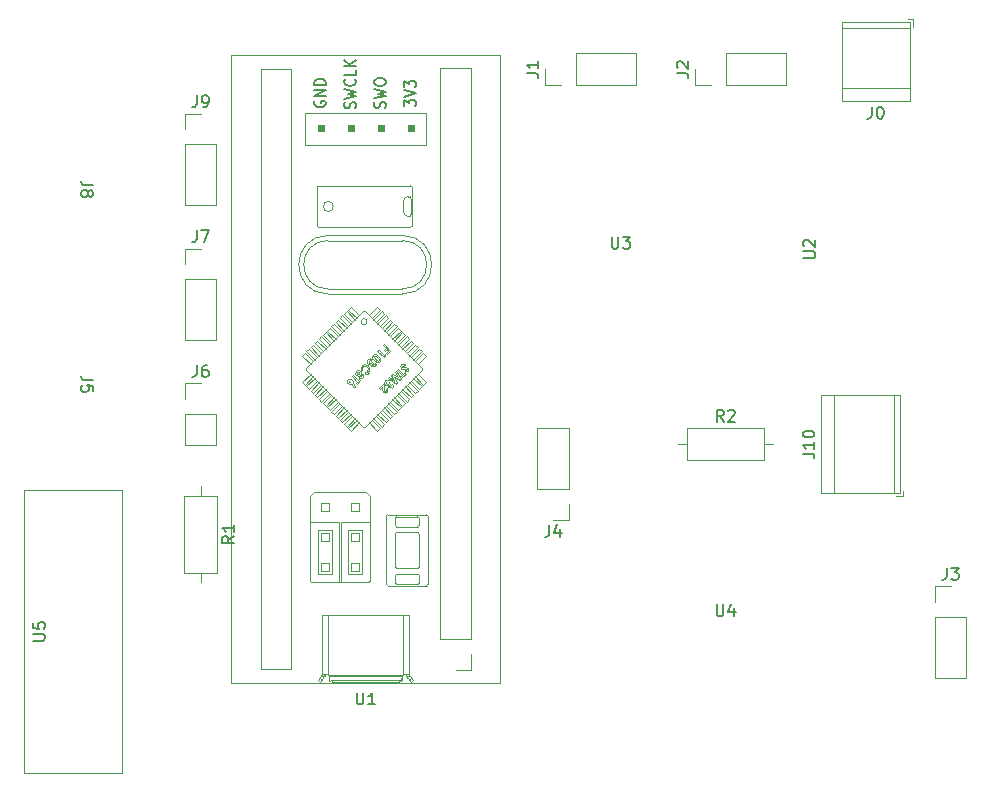
<source format=gto>
%TF.GenerationSoftware,KiCad,Pcbnew,(6.0.4)*%
%TF.CreationDate,2022-11-02T21:24:09+07:00*%
%TF.ProjectId,01-Beta-PCB-From-Breadboard,30312d42-6574-4612-9d50-43422d46726f,rev?*%
%TF.SameCoordinates,PX68768dcPY7f2c270*%
%TF.FileFunction,Legend,Top*%
%TF.FilePolarity,Positive*%
%FSLAX46Y46*%
G04 Gerber Fmt 4.6, Leading zero omitted, Abs format (unit mm)*
G04 Created by KiCad (PCBNEW (6.0.4)) date 2022-11-02 21:24:09*
%MOMM*%
%LPD*%
G01*
G04 APERTURE LIST*
%ADD10C,0.150000*%
%ADD11C,0.120000*%
%ADD12C,0.100000*%
G04 APERTURE END LIST*
D10*
%TO.C,J8*%
X7397619Y51133334D02*
X6683333Y51133334D01*
X6540476Y51180953D01*
X6445238Y51276191D01*
X6397619Y51419048D01*
X6397619Y51514286D01*
X6969047Y50514286D02*
X7016666Y50609524D01*
X7064285Y50657143D01*
X7159523Y50704762D01*
X7207142Y50704762D01*
X7302380Y50657143D01*
X7350000Y50609524D01*
X7397619Y50514286D01*
X7397619Y50323810D01*
X7350000Y50228572D01*
X7302380Y50180953D01*
X7207142Y50133334D01*
X7159523Y50133334D01*
X7064285Y50180953D01*
X7016666Y50228572D01*
X6969047Y50323810D01*
X6969047Y50514286D01*
X6921428Y50609524D01*
X6873809Y50657143D01*
X6778571Y50704762D01*
X6588095Y50704762D01*
X6492857Y50657143D01*
X6445238Y50609524D01*
X6397619Y50514286D01*
X6397619Y50323810D01*
X6445238Y50228572D01*
X6492857Y50180953D01*
X6588095Y50133334D01*
X6778571Y50133334D01*
X6873809Y50180953D01*
X6921428Y50228572D01*
X6969047Y50323810D01*
%TO.C,U5*%
X2332380Y12573096D02*
X3141904Y12573096D01*
X3237142Y12620715D01*
X3284761Y12668334D01*
X3332380Y12763572D01*
X3332380Y12954048D01*
X3284761Y13049286D01*
X3237142Y13096905D01*
X3141904Y13144524D01*
X2332380Y13144524D01*
X2332380Y14096905D02*
X2332380Y13620715D01*
X2808571Y13573096D01*
X2760952Y13620715D01*
X2713333Y13715953D01*
X2713333Y13954048D01*
X2760952Y14049286D01*
X2808571Y14096905D01*
X2903809Y14144524D01*
X3141904Y14144524D01*
X3237142Y14096905D01*
X3284761Y14049286D01*
X3332380Y13954048D01*
X3332380Y13715953D01*
X3284761Y13620715D01*
X3237142Y13573096D01*
%TO.C,U4*%
X60198095Y15652620D02*
X60198095Y14843096D01*
X60245714Y14747858D01*
X60293333Y14700239D01*
X60388571Y14652620D01*
X60579047Y14652620D01*
X60674285Y14700239D01*
X60721904Y14747858D01*
X60769523Y14843096D01*
X60769523Y15652620D01*
X61674285Y15319286D02*
X61674285Y14652620D01*
X61436190Y15700239D02*
X61198095Y14985953D01*
X61817142Y14985953D01*
%TO.C,J4*%
X46021666Y22362620D02*
X46021666Y21648334D01*
X45974047Y21505477D01*
X45878809Y21410239D01*
X45735952Y21362620D01*
X45640714Y21362620D01*
X46926428Y22029286D02*
X46926428Y21362620D01*
X46688333Y22410239D02*
X46450238Y21695953D01*
X47069285Y21695953D01*
%TO.C,U1*%
X29718095Y8167620D02*
X29718095Y7358096D01*
X29765714Y7262858D01*
X29813333Y7215239D01*
X29908571Y7167620D01*
X30099047Y7167620D01*
X30194285Y7215239D01*
X30241904Y7262858D01*
X30289523Y7358096D01*
X30289523Y8167620D01*
X31289523Y7167620D02*
X30718095Y7167620D01*
X31003809Y7167620D02*
X31003809Y8167620D01*
X30908571Y8024762D01*
X30813333Y7929524D01*
X30718095Y7881905D01*
X26170000Y58242286D02*
X26122380Y58156572D01*
X26122380Y58028000D01*
X26170000Y57899429D01*
X26265238Y57813715D01*
X26360476Y57770858D01*
X26550952Y57728000D01*
X26693809Y57728000D01*
X26884285Y57770858D01*
X26979523Y57813715D01*
X27074761Y57899429D01*
X27122380Y58028000D01*
X27122380Y58113715D01*
X27074761Y58242286D01*
X27027142Y58285143D01*
X26693809Y58285143D01*
X26693809Y58113715D01*
X27122380Y58670858D02*
X26122380Y58670858D01*
X27122380Y59185143D01*
X26122380Y59185143D01*
X27122380Y59613715D02*
X26122380Y59613715D01*
X26122380Y59828000D01*
X26170000Y59956572D01*
X26265238Y60042286D01*
X26360476Y60085143D01*
X26550952Y60128000D01*
X26693809Y60128000D01*
X26884285Y60085143D01*
X26979523Y60042286D01*
X27074761Y59956572D01*
X27122380Y59828000D01*
X27122380Y59613715D01*
X29614761Y57654286D02*
X29662380Y57782858D01*
X29662380Y57997143D01*
X29614761Y58082858D01*
X29567142Y58125715D01*
X29471904Y58168572D01*
X29376666Y58168572D01*
X29281428Y58125715D01*
X29233809Y58082858D01*
X29186190Y57997143D01*
X29138571Y57825715D01*
X29090952Y57740000D01*
X29043333Y57697143D01*
X28948095Y57654286D01*
X28852857Y57654286D01*
X28757619Y57697143D01*
X28710000Y57740000D01*
X28662380Y57825715D01*
X28662380Y58040000D01*
X28710000Y58168572D01*
X28662380Y58468572D02*
X29662380Y58682858D01*
X28948095Y58854286D01*
X29662380Y59025715D01*
X28662380Y59240000D01*
X29567142Y60097143D02*
X29614761Y60054286D01*
X29662380Y59925715D01*
X29662380Y59840000D01*
X29614761Y59711429D01*
X29519523Y59625715D01*
X29424285Y59582858D01*
X29233809Y59540000D01*
X29090952Y59540000D01*
X28900476Y59582858D01*
X28805238Y59625715D01*
X28710000Y59711429D01*
X28662380Y59840000D01*
X28662380Y59925715D01*
X28710000Y60054286D01*
X28757619Y60097143D01*
X29662380Y60911429D02*
X29662380Y60482858D01*
X28662380Y60482858D01*
X29662380Y61211429D02*
X28662380Y61211429D01*
X29662380Y61725715D02*
X29090952Y61340000D01*
X28662380Y61725715D02*
X29233809Y61211429D01*
X32154761Y57685143D02*
X32202380Y57813715D01*
X32202380Y58028000D01*
X32154761Y58113715D01*
X32107142Y58156572D01*
X32011904Y58199429D01*
X31916666Y58199429D01*
X31821428Y58156572D01*
X31773809Y58113715D01*
X31726190Y58028000D01*
X31678571Y57856572D01*
X31630952Y57770858D01*
X31583333Y57728000D01*
X31488095Y57685143D01*
X31392857Y57685143D01*
X31297619Y57728000D01*
X31250000Y57770858D01*
X31202380Y57856572D01*
X31202380Y58070858D01*
X31250000Y58199429D01*
X31202380Y58499429D02*
X32202380Y58713715D01*
X31488095Y58885143D01*
X32202380Y59056572D01*
X31202380Y59270858D01*
X31202380Y59785143D02*
X31202380Y59956572D01*
X31250000Y60042286D01*
X31345238Y60128000D01*
X31535714Y60170858D01*
X31869047Y60170858D01*
X32059523Y60128000D01*
X32154761Y60042286D01*
X32202380Y59956572D01*
X32202380Y59785143D01*
X32154761Y59699429D01*
X32059523Y59613715D01*
X31869047Y59570858D01*
X31535714Y59570858D01*
X31345238Y59613715D01*
X31250000Y59699429D01*
X31202380Y59785143D01*
X33742380Y57813715D02*
X33742380Y58370858D01*
X34123333Y58070858D01*
X34123333Y58199429D01*
X34170952Y58285143D01*
X34218571Y58328000D01*
X34313809Y58370858D01*
X34551904Y58370858D01*
X34647142Y58328000D01*
X34694761Y58285143D01*
X34742380Y58199429D01*
X34742380Y57942286D01*
X34694761Y57856572D01*
X34647142Y57813715D01*
X33742380Y58628000D02*
X34742380Y58928000D01*
X33742380Y59228000D01*
X33742380Y59442286D02*
X33742380Y59999429D01*
X34123333Y59699429D01*
X34123333Y59828000D01*
X34170952Y59913715D01*
X34218571Y59956572D01*
X34313809Y59999429D01*
X34551904Y59999429D01*
X34647142Y59956572D01*
X34694761Y59913715D01*
X34742380Y59828000D01*
X34742380Y59570858D01*
X34694761Y59485143D01*
X34647142Y59442286D01*
%TO.C,U3*%
X51308095Y46767620D02*
X51308095Y45958096D01*
X51355714Y45862858D01*
X51403333Y45815239D01*
X51498571Y45767620D01*
X51689047Y45767620D01*
X51784285Y45815239D01*
X51831904Y45862858D01*
X51879523Y45958096D01*
X51879523Y46767620D01*
X52260476Y46767620D02*
X52879523Y46767620D01*
X52546190Y46386667D01*
X52689047Y46386667D01*
X52784285Y46339048D01*
X52831904Y46291429D01*
X52879523Y46196191D01*
X52879523Y45958096D01*
X52831904Y45862858D01*
X52784285Y45815239D01*
X52689047Y45767620D01*
X52403333Y45767620D01*
X52308095Y45815239D01*
X52260476Y45862858D01*
%TO.C,U2*%
X67532380Y44958096D02*
X68341904Y44958096D01*
X68437142Y45005715D01*
X68484761Y45053334D01*
X68532380Y45148572D01*
X68532380Y45339048D01*
X68484761Y45434286D01*
X68437142Y45481905D01*
X68341904Y45529524D01*
X67532380Y45529524D01*
X67627619Y45958096D02*
X67580000Y46005715D01*
X67532380Y46100953D01*
X67532380Y46339048D01*
X67580000Y46434286D01*
X67627619Y46481905D01*
X67722857Y46529524D01*
X67818095Y46529524D01*
X67960952Y46481905D01*
X68532380Y45910477D01*
X68532380Y46529524D01*
%TO.C,R2*%
X60793333Y31127620D02*
X60460000Y31603810D01*
X60221904Y31127620D02*
X60221904Y32127620D01*
X60602857Y32127620D01*
X60698095Y32080000D01*
X60745714Y32032381D01*
X60793333Y31937143D01*
X60793333Y31794286D01*
X60745714Y31699048D01*
X60698095Y31651429D01*
X60602857Y31603810D01*
X60221904Y31603810D01*
X61174285Y32032381D02*
X61221904Y32080000D01*
X61317142Y32127620D01*
X61555238Y32127620D01*
X61650476Y32080000D01*
X61698095Y32032381D01*
X61745714Y31937143D01*
X61745714Y31841905D01*
X61698095Y31699048D01*
X61126666Y31127620D01*
X61745714Y31127620D01*
%TO.C,R1*%
X19332380Y21423334D02*
X18856190Y21090000D01*
X19332380Y20851905D02*
X18332380Y20851905D01*
X18332380Y21232858D01*
X18380000Y21328096D01*
X18427619Y21375715D01*
X18522857Y21423334D01*
X18665714Y21423334D01*
X18760952Y21375715D01*
X18808571Y21328096D01*
X18856190Y21232858D01*
X18856190Y20851905D01*
X19332380Y22375715D02*
X19332380Y21804286D01*
X19332380Y22090000D02*
X18332380Y22090000D01*
X18475238Y21994762D01*
X18570476Y21899524D01*
X18618095Y21804286D01*
%TO.C,J10*%
X67472380Y28400477D02*
X68186666Y28400477D01*
X68329523Y28352858D01*
X68424761Y28257620D01*
X68472380Y28114762D01*
X68472380Y28019524D01*
X68472380Y29400477D02*
X68472380Y28829048D01*
X68472380Y29114762D02*
X67472380Y29114762D01*
X67615238Y29019524D01*
X67710476Y28924286D01*
X67758095Y28829048D01*
X67472380Y30019524D02*
X67472380Y30114762D01*
X67520000Y30210000D01*
X67567619Y30257620D01*
X67662857Y30305239D01*
X67853333Y30352858D01*
X68091428Y30352858D01*
X68281904Y30305239D01*
X68377142Y30257620D01*
X68424761Y30210000D01*
X68472380Y30114762D01*
X68472380Y30019524D01*
X68424761Y29924286D01*
X68377142Y29876667D01*
X68281904Y29829048D01*
X68091428Y29781429D01*
X67853333Y29781429D01*
X67662857Y29829048D01*
X67567619Y29876667D01*
X67520000Y29924286D01*
X67472380Y30019524D01*
%TO.C,J9*%
X16176666Y58742620D02*
X16176666Y58028334D01*
X16129047Y57885477D01*
X16033809Y57790239D01*
X15890952Y57742620D01*
X15795714Y57742620D01*
X16700476Y57742620D02*
X16890952Y57742620D01*
X16986190Y57790239D01*
X17033809Y57837858D01*
X17129047Y57980715D01*
X17176666Y58171191D01*
X17176666Y58552143D01*
X17129047Y58647381D01*
X17081428Y58695000D01*
X16986190Y58742620D01*
X16795714Y58742620D01*
X16700476Y58695000D01*
X16652857Y58647381D01*
X16605238Y58552143D01*
X16605238Y58314048D01*
X16652857Y58218810D01*
X16700476Y58171191D01*
X16795714Y58123572D01*
X16986190Y58123572D01*
X17081428Y58171191D01*
X17129047Y58218810D01*
X17176666Y58314048D01*
%TO.C,J7*%
X16176666Y47312620D02*
X16176666Y46598334D01*
X16129047Y46455477D01*
X16033809Y46360239D01*
X15890952Y46312620D01*
X15795714Y46312620D01*
X16557619Y47312620D02*
X17224285Y47312620D01*
X16795714Y46312620D01*
%TO.C,J6*%
X16176666Y35897620D02*
X16176666Y35183334D01*
X16129047Y35040477D01*
X16033809Y34945239D01*
X15890952Y34897620D01*
X15795714Y34897620D01*
X17081428Y35897620D02*
X16890952Y35897620D01*
X16795714Y35850000D01*
X16748095Y35802381D01*
X16652857Y35659524D01*
X16605238Y35469048D01*
X16605238Y35088096D01*
X16652857Y34992858D01*
X16700476Y34945239D01*
X16795714Y34897620D01*
X16986190Y34897620D01*
X17081428Y34945239D01*
X17129047Y34992858D01*
X17176666Y35088096D01*
X17176666Y35326191D01*
X17129047Y35421429D01*
X17081428Y35469048D01*
X16986190Y35516667D01*
X16795714Y35516667D01*
X16700476Y35469048D01*
X16652857Y35421429D01*
X16605238Y35326191D01*
%TO.C,J5*%
X7397619Y34623334D02*
X6683333Y34623334D01*
X6540476Y34670953D01*
X6445238Y34766191D01*
X6397619Y34909048D01*
X6397619Y35004286D01*
X7397619Y33670953D02*
X7397619Y34147143D01*
X6921428Y34194762D01*
X6969047Y34147143D01*
X7016666Y34051905D01*
X7016666Y33813810D01*
X6969047Y33718572D01*
X6921428Y33670953D01*
X6826190Y33623334D01*
X6588095Y33623334D01*
X6492857Y33670953D01*
X6445238Y33718572D01*
X6397619Y33813810D01*
X6397619Y34051905D01*
X6445238Y34147143D01*
X6492857Y34194762D01*
%TO.C,J3*%
X79676666Y18737620D02*
X79676666Y18023334D01*
X79629047Y17880477D01*
X79533809Y17785239D01*
X79390952Y17737620D01*
X79295714Y17737620D01*
X80057619Y18737620D02*
X80676666Y18737620D01*
X80343333Y18356667D01*
X80486190Y18356667D01*
X80581428Y18309048D01*
X80629047Y18261429D01*
X80676666Y18166191D01*
X80676666Y17928096D01*
X80629047Y17832858D01*
X80581428Y17785239D01*
X80486190Y17737620D01*
X80200476Y17737620D01*
X80105238Y17785239D01*
X80057619Y17832858D01*
%TO.C,J2*%
X56812380Y60626667D02*
X57526666Y60626667D01*
X57669523Y60579048D01*
X57764761Y60483810D01*
X57812380Y60340953D01*
X57812380Y60245715D01*
X56907619Y61055239D02*
X56860000Y61102858D01*
X56812380Y61198096D01*
X56812380Y61436191D01*
X56860000Y61531429D01*
X56907619Y61579048D01*
X57002857Y61626667D01*
X57098095Y61626667D01*
X57240952Y61579048D01*
X57812380Y61007620D01*
X57812380Y61626667D01*
%TO.C,J1*%
X44112380Y60626667D02*
X44826666Y60626667D01*
X44969523Y60579048D01*
X45064761Y60483810D01*
X45112380Y60340953D01*
X45112380Y60245715D01*
X45112380Y61626667D02*
X45112380Y61055239D01*
X45112380Y61340953D02*
X44112380Y61340953D01*
X44255238Y61245715D01*
X44350476Y61150477D01*
X44398095Y61055239D01*
%TO.C,J0*%
X73326666Y57772620D02*
X73326666Y57058334D01*
X73279047Y56915477D01*
X73183809Y56820239D01*
X73040952Y56772620D01*
X72945714Y56772620D01*
X73993333Y57772620D02*
X74088571Y57772620D01*
X74183809Y57725000D01*
X74231428Y57677381D01*
X74279047Y57582143D01*
X74326666Y57391667D01*
X74326666Y57153572D01*
X74279047Y56963096D01*
X74231428Y56867858D01*
X74183809Y56820239D01*
X74088571Y56772620D01*
X73993333Y56772620D01*
X73898095Y56820239D01*
X73850476Y56867858D01*
X73802857Y56963096D01*
X73755238Y57153572D01*
X73755238Y57391667D01*
X73802857Y57582143D01*
X73850476Y57677381D01*
X73898095Y57725000D01*
X73993333Y57772620D01*
D11*
%TO.C,U5*%
X1580000Y1335000D02*
X9850000Y1335000D01*
X9850000Y1335000D02*
X9850000Y25335000D01*
X9850000Y25335000D02*
X1580000Y25335000D01*
X1580000Y25335000D02*
X1580000Y1335000D01*
%TO.C,J4*%
X47685000Y30555000D02*
X45025000Y30555000D01*
X47685000Y25415000D02*
X47685000Y30555000D01*
X47685000Y24145000D02*
X47685000Y22815000D01*
X45025000Y25415000D02*
X45025000Y30555000D01*
X47685000Y22815000D02*
X46355000Y22815000D01*
X47685000Y25415000D02*
X45025000Y25415000D01*
%TO.C,U1*%
X32992467Y18132277D02*
X33092467Y18232277D01*
X29411551Y34479140D02*
X29541584Y34079692D01*
X29414632Y34038154D02*
X29325393Y34312243D01*
X29541584Y34079692D02*
X29414632Y34038154D01*
X31171244Y35994915D02*
X31266431Y36090102D01*
X31055659Y36355267D02*
X30960472Y36260080D01*
X31001266Y36137696D02*
X31089655Y36049308D01*
X30035793Y34601099D02*
X29750231Y34315536D01*
X29750231Y34315536D02*
X29655044Y34410724D01*
X29655044Y34410724D02*
X29750231Y34505911D01*
X29750231Y34505911D02*
X29315088Y34941054D01*
X29315088Y34941054D02*
X29410276Y35036241D01*
X29410276Y35036241D02*
X29845419Y34601099D01*
X29845419Y34601099D02*
X29940606Y34696286D01*
X29940606Y34696286D02*
X30035793Y34601099D01*
X31476873Y40811166D02*
X31689005Y40599034D01*
X35012407Y33881520D02*
X35224539Y34093652D01*
X28648446Y40245481D02*
X28860578Y40457613D01*
X33244640Y32113753D02*
X33456772Y32325885D01*
X31476873Y30345986D02*
X31689005Y30558118D01*
X33598194Y38689846D02*
X33810326Y38477714D01*
X25466466Y37063500D02*
X25678598Y37275632D01*
X34658854Y37629186D02*
X34870986Y37417054D01*
X28648446Y30911671D02*
X28860578Y30699539D01*
X31830427Y40457613D02*
X32042559Y40245481D01*
X26880679Y38477714D02*
X27092811Y38689846D01*
X32183980Y31053093D02*
X32396112Y31265225D01*
X29002000Y40599034D02*
X29214132Y40811166D01*
X34305300Y37982739D02*
X34517432Y37770607D01*
X27234233Y32325885D02*
X27446365Y32113753D01*
X29002000Y30558118D02*
X29214132Y30345986D01*
X27234233Y38831267D02*
X27446365Y39043399D01*
X34658854Y33527967D02*
X34870986Y33740099D01*
X25112912Y34447205D02*
X25325044Y34235073D01*
X34305300Y33174413D02*
X34517432Y33386545D01*
X33598194Y32467306D02*
X33810326Y32679438D01*
X26880679Y32679438D02*
X27092811Y32467306D01*
X26527126Y38124161D02*
X26739258Y38336293D01*
X26173572Y33386545D02*
X26385704Y33174413D01*
X32537533Y39750506D02*
X32749666Y39538374D01*
X31830427Y30699539D02*
X32042559Y30911671D01*
X25820019Y33740099D02*
X26032151Y33527967D01*
X27587786Y31972332D02*
X27799918Y31760200D01*
X28294893Y31265225D02*
X28507025Y31053093D01*
X26527126Y33032992D02*
X26739258Y32820860D01*
X33951747Y38336293D02*
X34163879Y38124161D01*
X28294893Y39891928D02*
X28507025Y40104060D01*
X33951747Y32820860D02*
X34163879Y33032992D01*
X35365961Y36922079D02*
X35578093Y36709947D01*
X25112912Y36709947D02*
X25325044Y36922079D01*
X32537533Y31406646D02*
X32749666Y31618778D01*
X35365961Y34235073D02*
X35578093Y34447205D01*
X32183980Y40104060D02*
X32396112Y39891928D01*
X25820019Y37417054D02*
X26032151Y37629186D01*
X33244640Y39043399D02*
X33456772Y38831267D01*
X26173572Y37770607D02*
X26385704Y37982739D01*
X27941339Y39538374D02*
X28153471Y39750506D01*
X25466466Y34093652D02*
X25678598Y33881520D01*
X32891087Y31760200D02*
X33103219Y31972332D01*
X27941339Y31618778D02*
X28153471Y31406646D01*
X32891087Y39396953D02*
X33103219Y39184821D01*
X35012407Y37275632D02*
X35224539Y37063500D01*
X27587786Y39184821D02*
X27799918Y39396953D01*
X35578093Y34447205D02*
X34870986Y35154312D01*
X25466466Y37063500D02*
X26173572Y36356394D01*
X27092811Y32467306D02*
X27799918Y33174413D01*
X32891087Y39396953D02*
X32183980Y38689846D01*
X28860578Y30699539D02*
X29567685Y31406646D01*
X27234233Y38831267D02*
X27941339Y38124161D01*
X34658854Y37629186D02*
X33951747Y36922079D01*
X26032151Y33527967D02*
X26739258Y34235073D01*
X33598194Y38689846D02*
X32891087Y37982739D01*
X34870986Y33740099D02*
X34163879Y34447205D01*
X29002000Y30558118D02*
X29709106Y31265225D01*
X32042559Y30911671D02*
X31335452Y31618778D01*
X25820019Y37417054D02*
X26527126Y36709947D01*
X29002000Y40599034D02*
X29709106Y39891928D01*
X34517432Y33386545D02*
X33810326Y34093652D01*
X27587786Y39184821D02*
X28294893Y38477714D01*
X25678598Y37275632D02*
X26385704Y36568526D01*
X35012407Y33881520D02*
X34305300Y34588627D01*
X31476873Y30345986D02*
X30769767Y31053093D01*
X28294893Y39891928D02*
X29002000Y39184821D01*
X26880679Y38477714D02*
X27587786Y37770607D01*
X32396112Y39891928D02*
X31689005Y39184821D01*
X33103219Y39184821D02*
X32396112Y38477714D01*
X33810326Y32679438D02*
X33103219Y33386545D01*
X27799918Y31760200D02*
X28507025Y32467306D01*
X32537533Y39750506D02*
X31830427Y39043399D01*
X28294893Y31265225D02*
X29002000Y31972332D01*
X33951747Y38336293D02*
X33244640Y37629186D01*
X34658854Y33527967D02*
X33951747Y34235073D01*
X26032151Y37629186D02*
X26739258Y36922079D01*
X35012407Y37275632D02*
X34305300Y36568526D01*
X34870986Y37417054D02*
X34163879Y36709947D01*
X31689005Y30558118D02*
X30981899Y31265225D01*
X35365961Y34235073D02*
X34658854Y34942180D01*
X25820019Y33740099D02*
X26527126Y34447205D01*
X33598194Y32467306D02*
X32891087Y33174413D01*
X34305300Y37982739D02*
X33598194Y37275632D01*
X27587786Y31972332D02*
X28294893Y32679438D01*
X32183980Y31053093D02*
X31476873Y31760200D01*
X32749666Y39538374D02*
X32042559Y38831267D01*
X35224539Y37063500D02*
X34517432Y36356394D01*
X26527126Y33032992D02*
X27234233Y33740099D01*
X26739258Y32820860D02*
X27446365Y33527967D01*
X26880679Y32679438D02*
X27587786Y33386545D01*
X33244640Y39043399D02*
X32537533Y38336293D01*
X33103219Y31972332D02*
X32396112Y32679438D01*
X26527126Y38124161D02*
X27234233Y37417054D01*
X32396112Y31265225D02*
X31689005Y31972332D01*
X27092811Y38689846D02*
X27799918Y37982739D01*
X35224539Y34093652D02*
X34517432Y34800759D01*
X33810326Y38477714D02*
X33103219Y37770607D01*
X28648446Y40245481D02*
X29355553Y39538374D01*
X27234233Y32325885D02*
X27941339Y33032992D01*
X27446365Y32113753D02*
X28153471Y32820860D01*
X33456772Y38831267D02*
X32749666Y38124161D01*
X28507025Y31053093D02*
X29214132Y31760200D01*
X32183980Y40104060D02*
X31476873Y39396953D01*
X26173572Y37770607D02*
X26880679Y37063500D01*
X25678598Y33881520D02*
X26385704Y34588627D01*
X25112912Y36709947D02*
X25820019Y36002840D01*
X25325044Y36922079D02*
X26032151Y36214972D01*
X31689005Y40599034D02*
X30981899Y39891928D01*
X26739258Y38336293D02*
X27446365Y37629186D01*
X28648446Y30911671D02*
X29355553Y31618778D01*
X32891087Y31760200D02*
X32183980Y32467306D01*
X32042559Y40245481D02*
X31335452Y39538374D01*
X28507025Y40104060D02*
X29214132Y39396953D01*
X25112912Y34447205D02*
X25820019Y35154312D01*
X34305300Y33174413D02*
X33598194Y33881520D01*
X28153471Y31406646D02*
X28860578Y32113753D01*
X33244640Y32113753D02*
X32537533Y32820860D01*
X28860578Y40457613D02*
X29567685Y39750506D01*
X27799918Y39396953D02*
X28507025Y38689846D01*
X32749666Y31618778D02*
X32042559Y32325885D01*
X29214132Y30345986D02*
X29921238Y31053093D01*
X31830427Y30699539D02*
X31123320Y31406646D01*
X31476873Y40811166D02*
X30769767Y40104060D01*
X31830427Y40457613D02*
X31123320Y39750506D01*
X27446365Y39043399D02*
X28153471Y38336293D01*
X32537533Y31406646D02*
X31830427Y32113753D01*
X25325044Y34235073D02*
X26032151Y34942180D01*
X35578093Y36709947D02*
X34870986Y36002840D01*
X25466466Y34093652D02*
X26173572Y34800759D01*
X26385704Y33174413D02*
X27092811Y33881520D01*
X33456772Y32325885D02*
X32749666Y33032992D01*
X27941339Y39538374D02*
X28648446Y38831267D01*
X29214132Y40811166D02*
X29921238Y40104060D01*
X34163879Y33032992D02*
X33456772Y33740099D01*
X26385704Y37982739D02*
X27092811Y37275632D01*
X27941339Y31618778D02*
X28648446Y32325885D01*
X26173572Y33386545D02*
X26880679Y34093652D01*
X35365961Y36922079D02*
X34658854Y36214972D01*
X33951747Y32820860D02*
X33244640Y33527967D01*
X28153471Y39750506D02*
X28860578Y39043399D01*
X34163879Y38124161D02*
X33456772Y37417054D01*
X34517432Y37770607D02*
X33810326Y37063500D01*
X25445755Y35528576D02*
X25445755Y35628576D01*
X30295502Y30678829D02*
X30395502Y30678829D01*
X35245250Y35628576D02*
X35245250Y35528576D01*
X25445755Y35528576D02*
X30295502Y30678829D01*
X25445755Y35628576D02*
X30295502Y40478324D01*
X30395502Y30678829D02*
X35245250Y35528576D01*
X35245250Y35628576D02*
X30395502Y40478324D01*
X30395502Y40478324D02*
X30295502Y40478324D01*
X32154670Y36719976D02*
X32007534Y36572839D01*
X31477203Y37103169D02*
X31572391Y37198356D01*
X31572391Y37198356D02*
X32014333Y36756415D01*
X32014333Y36756415D02*
X32123118Y36865200D01*
X32123118Y36865200D02*
X32154670Y36719976D01*
X33461373Y34776707D02*
X33362574Y34677907D01*
X33362574Y34677907D02*
X32871657Y34926818D01*
X32871657Y34926818D02*
X33119718Y34435052D01*
X33119718Y34435052D02*
X33021875Y34337209D01*
X33021875Y34337209D02*
X32401882Y34777875D01*
X32401882Y34777875D02*
X32498238Y34874231D01*
X32498238Y34874231D02*
X32889823Y34595893D01*
X32889823Y34595893D02*
X32665134Y35041128D01*
X32665134Y35041128D02*
X32757985Y35133979D01*
X32757985Y35133979D02*
X33202582Y34908652D01*
X33202582Y34908652D02*
X32924138Y35300132D01*
X33020600Y35396594D02*
X33461373Y34776707D01*
X32924138Y35300132D02*
X33020600Y35396594D01*
X32007534Y36572839D02*
X31477203Y37103169D01*
X32463073Y34349532D02*
X32551462Y34261144D01*
X32517466Y34567103D02*
X32422279Y34471916D01*
X32633051Y34206751D02*
X32728239Y34301938D01*
X27358199Y18491801D02*
X26721802Y18491801D01*
X29898199Y18491801D02*
X29261802Y18491801D01*
X29261802Y18491801D02*
X29261802Y19128198D01*
X26721802Y21668198D02*
X27358199Y21668198D01*
X29261802Y21668198D02*
X29898199Y21668198D01*
X30850000Y22920000D02*
X30850000Y24860000D01*
X30850000Y24860000D02*
X30550000Y25160000D01*
X30850000Y22520000D02*
X30850000Y22920000D01*
X25770000Y22920000D02*
X25770000Y22520000D01*
X26070000Y25160000D02*
X25770000Y24860000D01*
X25770000Y24860000D02*
X25770000Y22920000D01*
X30550000Y25160000D02*
X26070000Y25160000D01*
X29898199Y19128198D02*
X29898199Y18491801D01*
X29261802Y19128198D02*
X29898199Y19128198D01*
X26721802Y24208198D02*
X27358199Y24208198D01*
X29261802Y24208198D02*
X29898199Y24208198D01*
X27358199Y23571801D02*
X26721802Y23571801D01*
X26721802Y23571801D02*
X26721802Y24208198D01*
X27358199Y21031801D02*
X26721802Y21031801D01*
X27358199Y24208198D02*
X27358199Y23571801D01*
X29898199Y24208198D02*
X29898199Y23571801D01*
X27358199Y21668198D02*
X27358199Y21031801D01*
X26721802Y19128198D02*
X27358199Y19128198D01*
X29898199Y21668198D02*
X29898199Y21031801D01*
X29898199Y21031801D02*
X29261802Y21031801D01*
X29261802Y21031801D02*
X29261802Y21668198D01*
X26721802Y18491801D02*
X26721802Y19128198D01*
X29898199Y23571801D02*
X29261802Y23571801D01*
X29261802Y23571801D02*
X29261802Y24208198D01*
X27358199Y19128198D02*
X27358199Y18491801D01*
X26721802Y21031801D02*
X26721802Y21668198D01*
X28768528Y17539000D02*
X28957631Y17539000D01*
X26471334Y51082804D02*
X26472282Y51082809D01*
X32872282Y47572809D02*
X33372282Y47572809D01*
X27872282Y47572809D02*
X27372282Y47572809D01*
X26472282Y51082809D02*
X26471663Y51082807D01*
X34272282Y51082809D02*
X26472282Y51082809D01*
X34272900Y51082807D02*
X34272282Y51082809D01*
X26372282Y47682809D02*
X26372282Y50982809D01*
X26372282Y47682809D02*
X26372283Y47682190D01*
X34272282Y47582809D02*
X26472282Y47582809D01*
X34272282Y47582809D02*
X34272900Y47582811D01*
X26471663Y47582811D02*
X26472282Y47582809D01*
X34372282Y47682809D02*
X34372282Y50982809D01*
X34288200Y49973851D02*
X34288200Y48691767D01*
X34372280Y47682190D02*
X34372282Y47682809D01*
X33679226Y48891767D02*
X33679226Y49773851D01*
X34265812Y50173851D02*
X34079226Y50173851D01*
X34079226Y48491767D02*
X34265812Y48491767D01*
X33847222Y35304275D02*
X33853278Y35440576D01*
X33799841Y35977174D02*
X33766377Y35843210D01*
X32337983Y17232378D02*
X32342467Y17232277D01*
X32992467Y22332277D02*
X32992467Y22982277D01*
X34892467Y22232277D02*
X33092467Y22232277D01*
X33092467Y23082277D02*
X34892467Y23082277D01*
X34992467Y22982277D02*
X34992467Y22332277D01*
X33092467Y21732277D02*
X34892467Y21732277D01*
X34892467Y18732277D02*
X33092467Y18732277D01*
X34992467Y21632277D02*
X34992467Y18832277D01*
X32992467Y18832277D02*
X32992467Y21632277D01*
X33092467Y18232277D02*
X34892467Y18232277D01*
X34892467Y17382277D02*
X33092467Y17382277D01*
X32992467Y17482277D02*
X32992467Y18132277D01*
X34992467Y18132277D02*
X34992467Y17482277D01*
X32242467Y23132277D02*
X32242467Y17332277D01*
X35742467Y17332277D02*
X35742467Y23132277D01*
X35642467Y23232277D02*
X32342467Y23232277D01*
X32342467Y17232277D02*
X35642467Y17232277D01*
X34352216Y9410469D02*
X34167341Y9247578D01*
X34054858Y9375241D02*
X34332613Y9060000D01*
X34332613Y9060000D02*
X34517488Y9222892D01*
X34517488Y9222892D02*
X34238834Y9539153D01*
X26442513Y9222892D02*
X26721167Y9539153D01*
X26627388Y9060000D02*
X26442513Y9222892D01*
X26607785Y9410469D02*
X26792660Y9247578D01*
X26905143Y9375241D02*
X26627388Y9060000D01*
X33939272Y9610000D02*
X34194928Y9610000D01*
X33930012Y9710000D02*
X33930012Y9705785D01*
X27029989Y9710000D02*
X27029989Y9705785D01*
X27020729Y9610000D02*
X26765073Y9610000D01*
X27029989Y14720000D02*
X33930012Y14720000D01*
X33676411Y9709936D02*
X33676411Y14720000D01*
X34176411Y9704425D02*
X34176428Y9701500D01*
X34176411Y9704425D02*
X34176411Y14710000D01*
X26783590Y14710000D02*
X34176411Y14710000D01*
X34169897Y9710000D02*
X33680000Y9710000D01*
X26783590Y9704425D02*
X26783590Y14710000D01*
X26783590Y9704425D02*
X26783573Y9701500D01*
X26790104Y9710000D02*
X27280000Y9710000D01*
X27283590Y9709936D02*
X27283590Y14720000D01*
X27280000Y9710000D02*
X27283590Y9709936D01*
X33680000Y9710000D02*
X33676411Y9709936D01*
X27341536Y9688825D02*
X33618465Y9688825D01*
X27630000Y9060000D02*
X33330000Y9060000D01*
X33330000Y9203395D02*
X33330000Y9060000D01*
X27630000Y9203395D02*
X27630000Y9060000D01*
X27380000Y9264789D02*
X27380000Y9610000D01*
X27630000Y9203395D02*
X33330000Y9203395D01*
X33580000Y9264789D02*
X33580000Y9610000D01*
X33580000Y9545431D02*
X27380000Y9545431D01*
X33592050Y46877588D02*
X27292050Y46877588D01*
X27292050Y41927588D02*
X33592050Y41927588D01*
X27292050Y46452588D02*
X33592050Y46452588D01*
X33592050Y42352588D02*
X27292050Y42352588D01*
X31994573Y34274104D02*
X32004665Y33949978D01*
X31946342Y34322336D02*
X31994573Y34274104D01*
X31592788Y33968782D02*
X31946342Y34322336D01*
X31681177Y33880394D02*
X31592788Y33968782D01*
X31859653Y34058870D02*
X31681177Y33880394D01*
X31867727Y33940098D02*
X31859653Y34058870D01*
X32191109Y33859996D02*
X32286297Y33955184D01*
X33768501Y35274210D02*
X33863689Y35179023D01*
X33673314Y35179023D02*
X33768501Y35274210D01*
X33238171Y35614165D02*
X33673314Y35179023D01*
X33142984Y35518978D02*
X33238171Y35614165D01*
X33578126Y35083835D02*
X33142984Y35518978D01*
X33482939Y34988648D02*
X33578126Y35083835D01*
X33578126Y34893460D02*
X33482939Y34988648D01*
X33863689Y35179023D02*
X33578126Y34893460D01*
X30189517Y35498049D02*
X30050773Y35501449D01*
X30399333Y35148639D02*
X30402414Y35285152D01*
X30851000Y18661170D02*
X30851000Y18695124D01*
X30851000Y18744503D02*
X30851000Y18789375D01*
X30851000Y17932003D02*
X30851000Y18121106D01*
X30850000Y22520000D02*
X30850000Y17640000D01*
X28980000Y21950000D02*
X30180000Y21950000D01*
X28410000Y22620000D02*
X28410000Y17551400D01*
X28980000Y18210000D02*
X28980000Y21950000D01*
X30750000Y17540000D02*
X25870000Y17540000D01*
X30180000Y21950000D02*
X30180000Y18210000D01*
X30180000Y18210000D02*
X28980000Y18210000D01*
X28410000Y22620000D02*
X30750000Y22620000D01*
X32565060Y37130365D02*
X32306694Y36871999D01*
X32306694Y36871999D02*
X32211507Y36967187D01*
X32211507Y36967187D02*
X32374685Y37130365D01*
X32374685Y37130365D02*
X32272699Y37232352D01*
X32272699Y37232352D02*
X32109520Y37069173D01*
X32109520Y37069173D02*
X32014333Y37164361D01*
X32014333Y37164361D02*
X32177511Y37327539D01*
X32177511Y37327539D02*
X31939542Y37565508D01*
X31939542Y37565508D02*
X32034730Y37660695D01*
X32034730Y37660695D02*
X32565060Y37130365D01*
X26440000Y18210000D02*
X26440000Y21950000D01*
X26440000Y21950000D02*
X27640000Y21950000D01*
X25770000Y17640000D02*
X25770000Y22520000D01*
X25870000Y22620000D02*
X28210000Y22620000D01*
X28210000Y17551400D02*
X28210000Y22620000D01*
X27640000Y21950000D02*
X27640000Y18210000D01*
X27640000Y18210000D02*
X26440000Y18210000D01*
X29382341Y34557483D02*
X29411551Y34479140D01*
X29324543Y34646037D02*
X29382341Y34557483D01*
X31239962Y36691859D02*
X31207895Y36670682D01*
X31277879Y36698209D02*
X31239962Y36691859D01*
X31351238Y36676368D02*
X31277879Y36698209D01*
X31470936Y36579107D02*
X31351238Y36676368D01*
X31244183Y36472677D02*
X31307013Y36403074D01*
X31186223Y36576132D02*
X31244183Y36472677D01*
X31541944Y36282479D02*
X31575047Y36303531D01*
X31502911Y36277809D02*
X31541944Y36282479D01*
X31428611Y36302563D02*
X31502911Y36277809D01*
X31307013Y36403074D02*
X31428611Y36302563D01*
X31576153Y36453989D02*
X31470936Y36579107D01*
X31603953Y36377725D02*
X31576153Y36453989D01*
X31597419Y36337552D02*
X31603953Y36377725D01*
X31575047Y36303531D02*
X31597419Y36337552D01*
X31311541Y36219465D02*
X31211826Y36307886D01*
X31427430Y36154603D02*
X31311541Y36219465D01*
X31492391Y36140244D02*
X31427430Y36154603D01*
X31558652Y36144728D02*
X31492391Y36140244D01*
X31620267Y36169572D02*
X31558652Y36144728D01*
X31672571Y36210680D02*
X31620267Y36169572D01*
X31070965Y36713696D02*
X31112283Y36765445D01*
X31045874Y36652564D02*
X31070965Y36713696D01*
X31043116Y36586539D02*
X31045874Y36652564D01*
X31058767Y36522190D02*
X31043116Y36586539D01*
X31123780Y36407084D02*
X31058767Y36522190D01*
X31211826Y36307886D02*
X31123780Y36407084D01*
X31468685Y36760602D02*
X31567185Y36673232D01*
X31353729Y36823761D02*
X31468685Y36760602D01*
X31289406Y36837266D02*
X31353729Y36823761D01*
X31223974Y36832241D02*
X31289406Y36837266D01*
X31163582Y36806557D02*
X31223974Y36832241D01*
X31112283Y36765445D02*
X31163582Y36806557D01*
X31679199Y36541107D02*
X31735463Y36417840D01*
X31567185Y36673232D02*
X31679199Y36541107D01*
X31727224Y36293010D02*
X31672571Y36210680D01*
X31735463Y36417840D02*
X31727224Y36293010D01*
X31306921Y36018996D02*
X31319231Y35955926D01*
X31266431Y36090102D02*
X31306921Y36018996D01*
X31298734Y35855259D02*
X31251346Y35789455D01*
X31319231Y35955926D02*
X31298734Y35855259D01*
X30900041Y36071770D02*
X31001266Y36137696D01*
X30839742Y36066916D02*
X30900041Y36071770D01*
X30810861Y36076296D02*
X30839742Y36066916D01*
X30786351Y36094246D02*
X30810861Y36076296D01*
X31039794Y35901006D02*
X31053322Y35881667D01*
X31033056Y35923670D02*
X31039794Y35901006D01*
X31037971Y35970451D02*
X31033056Y35923670D01*
X31089655Y36049308D02*
X31037971Y35970451D01*
X30117392Y35275031D02*
X30120888Y35175729D01*
X30055128Y35384058D02*
X30117392Y35275031D01*
X30213505Y35153372D02*
X30274718Y35110075D01*
X30120888Y35175729D02*
X30213505Y35153372D01*
X29917565Y34885782D02*
X29904486Y34959327D01*
X29967271Y34805603D02*
X29917565Y34885782D01*
X31244183Y36472677D02*
X31307013Y36403074D01*
X31186223Y36576132D02*
X31244183Y36472677D01*
X31239962Y36691859D02*
X31207895Y36670682D01*
X31277879Y36698209D02*
X31239962Y36691859D01*
X31351238Y36676368D02*
X31277879Y36698209D01*
X31470936Y36579107D02*
X31351238Y36676368D01*
X31576153Y36453989D02*
X31470936Y36579107D01*
X31603953Y36377725D02*
X31576153Y36453989D01*
X31597419Y36337552D02*
X31603953Y36377725D01*
X31575047Y36303531D02*
X31597419Y36337552D01*
X31541944Y36282479D02*
X31575047Y36303531D01*
X31502911Y36277809D02*
X31541944Y36282479D01*
X31428611Y36302563D02*
X31502911Y36277809D01*
X31307013Y36403074D02*
X31428611Y36302563D01*
X33641068Y35844597D02*
X33611485Y35824300D01*
X33675815Y35853743D02*
X33641068Y35844597D01*
X33766377Y35843210D02*
X33675815Y35853743D01*
X33581602Y35564959D02*
X33511517Y35612784D01*
X33687974Y35545962D02*
X33581602Y35564959D01*
X33745003Y35548084D02*
X33687974Y35545962D01*
X33817476Y35553080D02*
X33745003Y35548084D01*
X33879245Y35556718D02*
X33817476Y35553080D01*
X33957920Y35556692D02*
X33879245Y35556718D01*
X33974259Y35552121D02*
X33957920Y35556692D01*
X33992128Y35540119D02*
X33974259Y35552121D01*
X32501601Y34112842D02*
X32515129Y34093503D01*
X32494863Y34135506D02*
X32501601Y34112842D01*
X32499778Y34182287D02*
X32494863Y34135506D01*
X32551462Y34261144D02*
X32499778Y34182287D01*
X32361848Y34283606D02*
X32463073Y34349532D01*
X32301549Y34278751D02*
X32361848Y34283606D01*
X32272668Y34288131D02*
X32301549Y34278751D01*
X32248158Y34306081D02*
X32272668Y34288131D01*
X32760541Y34067095D02*
X32713153Y34001290D01*
X32781038Y34167762D02*
X32760541Y34067095D01*
X32768729Y34230832D02*
X32781038Y34167762D01*
X32728239Y34301938D02*
X32768729Y34230832D01*
X32019950Y33798478D02*
X32072975Y33692569D01*
X32004665Y33949978D02*
X32019950Y33798478D01*
X32234449Y33789758D02*
X32191109Y33859996D01*
X32237702Y33737327D02*
X32234449Y33789758D01*
X32212888Y33691400D02*
X32237702Y33737327D01*
X31679199Y36541107D02*
X31735463Y36417840D01*
X31567185Y36673232D02*
X31679199Y36541107D01*
X31468685Y36760602D02*
X31567185Y36673232D01*
X31353729Y36823761D02*
X31468685Y36760602D01*
X31289406Y36837266D02*
X31353729Y36823761D01*
X31223974Y36832241D02*
X31289406Y36837266D01*
X31163582Y36806557D02*
X31223974Y36832241D01*
X31112283Y36765445D02*
X31163582Y36806557D01*
X31070965Y36713696D02*
X31112283Y36765445D01*
X31045874Y36652564D02*
X31070965Y36713696D01*
X31043116Y36586539D02*
X31045874Y36652564D01*
X31058767Y36522190D02*
X31043116Y36586539D01*
X31123780Y36407084D02*
X31058767Y36522190D01*
X31211826Y36307886D02*
X31123780Y36407084D01*
X31311541Y36219465D02*
X31211826Y36307886D01*
X31427430Y36154603D02*
X31311541Y36219465D01*
X31492391Y36140244D02*
X31427430Y36154603D01*
X31558652Y36144728D02*
X31492391Y36140244D01*
X31620267Y36169572D02*
X31558652Y36144728D01*
X31672571Y36210680D02*
X31620267Y36169572D01*
X31727224Y36293010D02*
X31672571Y36210680D01*
X31735463Y36417840D02*
X31727224Y36293010D01*
X31039794Y35901006D02*
X31053322Y35881667D01*
X31033056Y35923670D02*
X31039794Y35901006D01*
X31037971Y35970451D02*
X31033056Y35923670D01*
X31089655Y36049308D02*
X31037971Y35970451D01*
X30900041Y36071770D02*
X31001266Y36137696D01*
X30839742Y36066916D02*
X30900041Y36071770D01*
X30810861Y36076296D02*
X30839742Y36066916D01*
X30786351Y36094246D02*
X30810861Y36076296D01*
X31298734Y35855259D02*
X31251346Y35789455D01*
X31319231Y35955926D02*
X31298734Y35855259D01*
X31306921Y36018996D02*
X31319231Y35955926D01*
X31266431Y36090102D02*
X31306921Y36018996D01*
X30084488Y35699237D02*
X30175175Y35828337D01*
X30050773Y35501449D02*
X30084488Y35699237D01*
X30544997Y35306234D02*
X30639745Y35368229D01*
X30402414Y35285152D02*
X30544997Y35306234D01*
X30557824Y35165568D02*
X30399333Y35148639D01*
X30731214Y35269323D02*
X30557824Y35165568D01*
X30213505Y35153372D02*
X30274718Y35110075D01*
X30120888Y35175729D02*
X30213505Y35153372D01*
X30117392Y35275031D02*
X30120888Y35175729D01*
X30055128Y35384058D02*
X30117392Y35275031D01*
X29917565Y34885782D02*
X29904486Y34959327D01*
X29967271Y34805603D02*
X29917565Y34885782D01*
X29382341Y34557483D02*
X29411551Y34479140D01*
X29324543Y34646037D02*
X29382341Y34557483D01*
X30595502Y39578576D02*
G75*
G03*
X30595502Y39578576I-250000J0D01*
G01*
X32501601Y34112842D02*
X32515129Y34093503D01*
X32494863Y34135506D02*
X32501601Y34112842D01*
X32499778Y34182287D02*
X32494863Y34135506D01*
X32551462Y34261144D02*
X32499778Y34182287D01*
X32361848Y34283606D02*
X32463073Y34349532D01*
X32301549Y34278751D02*
X32361848Y34283606D01*
X32272668Y34288131D02*
X32301549Y34278751D01*
X32248158Y34306081D02*
X32272668Y34288131D01*
X32760541Y34067095D02*
X32713153Y34001290D01*
X32781038Y34167762D02*
X32760541Y34067095D01*
X32768729Y34230832D02*
X32781038Y34167762D01*
X32728239Y34301938D02*
X32768729Y34230832D01*
X27746731Y49332809D02*
G75*
G03*
X27746731Y49332809I-425876J0D01*
G01*
X33974259Y35552121D02*
X33957920Y35556692D01*
X33992128Y35540119D02*
X33974259Y35552121D01*
X33879245Y35556718D02*
X33817476Y35553080D01*
X33957920Y35556692D02*
X33879245Y35556718D01*
X33745003Y35548084D02*
X33687974Y35545962D01*
X33817476Y35553080D02*
X33745003Y35548084D01*
X33581602Y35564959D02*
X33511517Y35612784D01*
X33687974Y35545962D02*
X33581602Y35564959D01*
X33641068Y35844597D02*
X33611485Y35824300D01*
X33675815Y35853743D02*
X33641068Y35844597D01*
X33766377Y35843210D02*
X33675815Y35853743D01*
X34171487Y9709669D02*
X34169897Y9710000D01*
X34176428Y9701500D02*
X34171487Y9709669D01*
X26788514Y9709669D02*
X26790104Y9710000D01*
X26783573Y9701500D02*
X26788514Y9709669D01*
X32234449Y33789758D02*
X32191109Y33859996D01*
X32237702Y33737327D02*
X32234449Y33789758D01*
X32212888Y33691400D02*
X32237702Y33737327D01*
X32019950Y33798478D02*
X32072975Y33692569D01*
X32004665Y33949978D02*
X32019950Y33798478D01*
X30557824Y35165568D02*
X30399333Y35148639D01*
X30731214Y35269323D02*
X30557824Y35165568D01*
X30084488Y35699237D02*
X30175175Y35828337D01*
X30050773Y35501449D02*
X30084488Y35699237D01*
X30544997Y35306234D02*
X30639745Y35368229D01*
X30402414Y35285152D02*
X30544997Y35306234D01*
X41855000Y8985000D02*
X19105000Y8985000D01*
X19105000Y8985000D02*
X19105000Y62135000D01*
X19105000Y62135000D02*
X41855000Y62135000D01*
X41855000Y62135000D02*
X41855000Y8985000D01*
X35620000Y54550000D02*
X35620000Y57210000D01*
X35620000Y57210000D02*
X25340000Y57210000D01*
X25340000Y57210000D02*
X25340000Y54550000D01*
X25340000Y54550000D02*
X35620000Y54550000D01*
G36*
X34536380Y55725060D02*
G01*
X34028380Y55725060D01*
X34028380Y56233060D01*
X34536380Y56233060D01*
X34536380Y55725060D01*
G37*
D12*
X34536380Y55725060D02*
X34028380Y55725060D01*
X34028380Y56233060D01*
X34536380Y56233060D01*
X34536380Y55725060D01*
G36*
X31996380Y55725060D02*
G01*
X31488380Y55725060D01*
X31488380Y56233060D01*
X31996380Y56233060D01*
X31996380Y55725060D01*
G37*
X31996380Y55725060D02*
X31488380Y55725060D01*
X31488380Y56233060D01*
X31996380Y56233060D01*
X31996380Y55725060D01*
G36*
X29456380Y55725060D02*
G01*
X28948380Y55725060D01*
X28948380Y56233060D01*
X29456380Y56233060D01*
X29456380Y55725060D01*
G37*
X29456380Y55725060D02*
X28948380Y55725060D01*
X28948380Y56233060D01*
X29456380Y56233060D01*
X29456380Y55725060D01*
G36*
X26916380Y55725060D02*
G01*
X26408380Y55725060D01*
X26408380Y56233060D01*
X26916380Y56233060D01*
X26916380Y55725060D01*
G37*
X26916380Y55725060D02*
X26408380Y55725060D01*
X26408380Y56233060D01*
X26916380Y56233060D01*
X26916380Y55725060D01*
D11*
X39430000Y12700000D02*
X36770000Y12700000D01*
X36770000Y12700000D02*
X36770000Y61020000D01*
X36770000Y61020000D02*
X39430000Y61020000D01*
X39430000Y61020000D02*
X39430000Y12700000D01*
X24130000Y10160000D02*
X21590000Y10160000D01*
X21590000Y10160000D02*
X21590000Y60960000D01*
X21590000Y60960000D02*
X24130000Y60960000D01*
X24130000Y60960000D02*
X24130000Y10160000D01*
X39430000Y11430000D02*
X39430000Y10100000D01*
X39430000Y10100000D02*
X38100000Y10100000D01*
X25770000Y17640000D02*
G75*
G03*
X25870000Y17540000I100000J0D01*
G01*
X25870000Y22619999D02*
G75*
G03*
X25770001Y22520000I0J-99999D01*
G01*
X30750000Y17540000D02*
G75*
G03*
X30850000Y17640000I0J100000D01*
G01*
X30850000Y22520000D02*
G75*
G03*
X30750000Y22620000I-100000J0D01*
G01*
X30639745Y35368229D02*
G75*
G03*
X30635177Y35728688I-176643J178020D01*
G01*
X30635177Y35728688D02*
G75*
G03*
X30270787Y35733574I-184475J-167591D01*
G01*
X30270787Y35733574D02*
G75*
G03*
X30189517Y35498049I207298J-203314D01*
G01*
X30730152Y35824088D02*
G75*
G03*
X30175175Y35828337I-279456J-254875D01*
G01*
X30731214Y35269323D02*
G75*
G03*
X30730151Y35824087I-268401J276869D01*
G01*
X32302657Y33590794D02*
G75*
G03*
X32286297Y33955184I-179234J174515D01*
G01*
X31984480Y33590688D02*
G75*
G03*
X32302658Y33590794I159037J156068D01*
G01*
X31867727Y33940098D02*
G75*
G03*
X31984480Y33590688I513447J-22646D01*
G01*
X32072975Y33692569D02*
G75*
G03*
X32212887Y33691400I70498J64282D01*
G01*
X33592050Y42352588D02*
G75*
G03*
X33592050Y46452588I0J2050000D01*
G01*
X27292050Y46452588D02*
G75*
G03*
X27292050Y42352588I0J-2050000D01*
G01*
X27292050Y46877588D02*
G75*
G03*
X27292050Y41927588I0J-2475000D01*
G01*
X33592050Y41927588D02*
G75*
G03*
X33592050Y46877588I0J2475000D01*
G01*
X33330000Y9203395D02*
G75*
G03*
X33580000Y9408182I20562J229889D01*
G01*
X27380001Y9408183D02*
G75*
G03*
X27630000Y9203395I229438J25101D01*
G01*
X27380001Y9264789D02*
G75*
G03*
X27630000Y9060001I229438J25101D01*
G01*
X33330000Y9060000D02*
G75*
G03*
X33580001Y9264788I20562J229890D01*
G01*
X27380001Y9610000D02*
G75*
G03*
X27283590Y9709937I-100001J0D01*
G01*
X33676411Y9709936D02*
G75*
G03*
X33580000Y9610001I3589J-99936D01*
G01*
X26905143Y9375241D02*
G75*
G03*
X27029989Y9705785I-375154J330544D01*
G01*
X26721167Y9539153D02*
G75*
G03*
X26783573Y9701500I-187577J165272D01*
G01*
X34176428Y9701500D02*
G75*
G03*
X34238834Y9539153I249983J2925D01*
G01*
X33930012Y9705785D02*
G75*
G03*
X34054858Y9375241I500000J0D01*
G01*
X35742467Y23132277D02*
G75*
G03*
X35642467Y23232277I-100000J0D01*
G01*
X32242467Y17332277D02*
G75*
G03*
X32342467Y17232277I100000J0D01*
G01*
X35642467Y17232277D02*
G75*
G03*
X35742467Y17332277I0J100000D01*
G01*
X32342467Y23232277D02*
G75*
G03*
X32242467Y23132277I0J-100000D01*
G01*
X34992467Y18132277D02*
G75*
G03*
X34892467Y18232277I-100000J0D01*
G01*
X32992467Y17482277D02*
G75*
G03*
X33092467Y17382277I100000J0D01*
G01*
X34892467Y17382277D02*
G75*
G03*
X34992467Y17482277I0J100000D01*
G01*
X33092467Y21732277D02*
G75*
G03*
X32992467Y21632277I0J-100000D01*
G01*
X34892467Y18732277D02*
G75*
G03*
X34992467Y18832277I0J100000D01*
G01*
X32992467Y18832277D02*
G75*
G03*
X33092467Y18732277I100000J0D01*
G01*
X34992467Y21632277D02*
G75*
G03*
X34892467Y21732277I-100000J0D01*
G01*
X34992467Y22982277D02*
G75*
G03*
X34892467Y23082277I-100000J0D01*
G01*
X33092467Y23082277D02*
G75*
G03*
X32992467Y22982277I0J-100000D01*
G01*
X32992467Y22332277D02*
G75*
G03*
X33092467Y22232277I100000J0D01*
G01*
X34892467Y22232277D02*
G75*
G03*
X34992467Y22332277I0J100000D01*
G01*
X33847222Y35304275D02*
G75*
G03*
X34078073Y35366211I55600J253953D01*
G01*
X34078072Y35366211D02*
G75*
G03*
X34082748Y35639874I-131870J139124D01*
G01*
X34082747Y35639874D02*
G75*
G03*
X33762977Y35692355I-211136J-286037D01*
G01*
X33601180Y35713496D02*
G75*
G03*
X33762977Y35692355I106181J182923D01*
G01*
X33611485Y35824300D02*
G75*
G03*
X33601180Y35713497I50851J-60610D01*
G01*
X33799841Y35977174D02*
G75*
G03*
X33519802Y35922993I-100928J-229138D01*
G01*
X33519804Y35922992D02*
G75*
G03*
X33511517Y35612785I140091J-158956D01*
G01*
X33983948Y35462460D02*
G75*
G03*
X33992128Y35540119I-34945J42941D01*
G01*
X33853278Y35440575D02*
G75*
G03*
X33983948Y35462461I45886J127067D01*
G01*
X33679226Y48891767D02*
G75*
G03*
X34079226Y48491767I400000J0D01*
G01*
X34079226Y50173851D02*
G75*
G03*
X33679226Y49773851I0J-400000D01*
G01*
X26471663Y51082807D02*
G75*
G03*
X26372284Y50983428I619J-99998D01*
G01*
X34272900Y47582811D02*
G75*
G03*
X34372280Y47682189I-618J99998D01*
G01*
X34372280Y50983428D02*
G75*
G03*
X34272901Y51082807I-99998J-619D01*
G01*
X26372283Y47682190D02*
G75*
G03*
X26471663Y47582810I99999J619D01*
G01*
X34265813Y48491767D02*
G75*
G03*
X34288200Y48691767I-441070J150626D01*
G01*
X34288200Y49973851D02*
G75*
G03*
X34265812Y50173851I-445336J51402D01*
G01*
X32425997Y33992260D02*
G75*
G03*
X32713154Y34001290I139156J145153D01*
G01*
X32385840Y34174349D02*
G75*
G03*
X32425997Y33992261I162395J-59658D01*
G01*
X32152014Y34211850D02*
G75*
G03*
X32385839Y34174349I141067J131854D01*
G01*
X32164232Y34567422D02*
G75*
G03*
X32152014Y34211851I164636J-183653D01*
G01*
X32517466Y34567103D02*
G75*
G03*
X32164231Y34567421I-176770J-169332D01*
G01*
X32422279Y34471916D02*
G75*
G03*
X32254214Y34467029I-81535J-88347D01*
G01*
X32254214Y34467028D02*
G75*
G03*
X32248158Y34306082I73758J-83362D01*
G01*
X32515129Y34093503D02*
G75*
G03*
X32618603Y34097116I50057J49924D01*
G01*
X32618603Y34097115D02*
G75*
G03*
X32633051Y34206751I-66285J64505D01*
G01*
X28997443Y34320423D02*
G75*
G03*
X29325393Y34312243I167956J155515D01*
G01*
X28994681Y34647843D02*
G75*
G03*
X28997442Y34320423I161813J-162357D01*
G01*
X29324543Y34646037D02*
G75*
G03*
X28994680Y34647843I-165833J-163779D01*
G01*
X29694776Y35023706D02*
G75*
G03*
X29904485Y34959327I163525J158925D01*
G01*
X29711561Y35364723D02*
G75*
G03*
X29694776Y35023706I145193J-178068D01*
G01*
X30055128Y35384058D02*
G75*
G03*
X29711562Y35364722I-163512J-156633D01*
G01*
X30269619Y34807728D02*
G75*
G03*
X30274718Y35110076I-138328J153550D01*
G01*
X29967271Y34805603D02*
G75*
G03*
X30269619Y34807727I150168J144281D01*
G01*
X31156796Y35885279D02*
G75*
G03*
X31171244Y35994915I-66285J64505D01*
G01*
X30964190Y35780425D02*
G75*
G03*
X31251345Y35789455I139155J145152D01*
G01*
X30924033Y35962513D02*
G75*
G03*
X30964190Y35780425I162395J-59658D01*
G01*
X30690207Y36000014D02*
G75*
G03*
X30924032Y35962513I141067J131854D01*
G01*
X30702424Y36355586D02*
G75*
G03*
X30690208Y36000015I164637J-183652D01*
G01*
X31055659Y36355267D02*
G75*
G03*
X30702425Y36355586I-176770J-169331D01*
G01*
X30960472Y36260080D02*
G75*
G03*
X30792407Y36255193I-81535J-88347D01*
G01*
X30792406Y36255193D02*
G75*
G03*
X30786351Y36094245I73759J-83363D01*
G01*
X31053322Y35881667D02*
G75*
G03*
X31156796Y35885280I50057J49924D01*
G01*
X29098048Y34410193D02*
G75*
G03*
X29241573Y34405200I74128J65500D01*
G01*
X29241572Y34405201D02*
G75*
G03*
X29234029Y34546174I-72283J66820D01*
G01*
X29234030Y34546175D02*
G75*
G03*
X29091674Y34554461I-75298J-66642D01*
G01*
X29091674Y34554461D02*
G75*
G03*
X29098048Y34410192I73655J-69021D01*
G01*
X30052579Y35025830D02*
G75*
G03*
X30057891Y34905359I58881J-57756D01*
G01*
X30172732Y35021687D02*
G75*
G03*
X30052579Y35025831I-62060J-55436D01*
G01*
X30176769Y34905252D02*
G75*
G03*
X30172732Y35021688I-56649J56324D01*
G01*
X30057891Y34905359D02*
G75*
G03*
X30176769Y34905253I59487J54051D01*
G01*
X29807705Y35270492D02*
G75*
G03*
X29796443Y35112413I65668J-84119D01*
G01*
X29968546Y35280265D02*
G75*
G03*
X29807705Y35270491I-75740J-81905D01*
G01*
X29956116Y35119743D02*
G75*
G03*
X29968546Y35280265I-73029J86397D01*
G01*
X29796444Y35112413D02*
G75*
G03*
X29956116Y35119744I76291J80881D01*
G01*
X31207895Y36670682D02*
G75*
G03*
X31186224Y36576132I65327J-64732D01*
G01*
%TO.C,R2*%
X64230000Y30580000D02*
X57690000Y30580000D01*
X57690000Y27840000D02*
X64230000Y27840000D01*
X64230000Y27840000D02*
X64230000Y30580000D01*
X57690000Y30580000D02*
X57690000Y27840000D01*
X56920000Y29210000D02*
X57690000Y29210000D01*
X65000000Y29210000D02*
X64230000Y29210000D01*
%TO.C,R1*%
X17880000Y18320000D02*
X17880000Y24860000D01*
X15140000Y24860000D02*
X15140000Y18320000D01*
X15140000Y18320000D02*
X17880000Y18320000D01*
X17880000Y24860000D02*
X15140000Y24860000D01*
X16510000Y25630000D02*
X16510000Y24860000D01*
X16510000Y17550000D02*
X16510000Y18320000D01*
%TO.C,J10*%
X75760000Y25050000D02*
X75760000Y33370000D01*
X69020000Y33370000D02*
X75760000Y33370000D01*
X75360000Y24810000D02*
X76000000Y24810000D01*
X70140000Y25050000D02*
X70140000Y33370000D01*
X76000000Y24810000D02*
X76000000Y25210000D01*
X69020000Y25050000D02*
X75760000Y25050000D01*
X75240000Y25050000D02*
X75240000Y33370000D01*
X69020000Y25050000D02*
X69020000Y33370000D01*
%TO.C,J9*%
X15180000Y54595000D02*
X17840000Y54595000D01*
X15180000Y57195000D02*
X16510000Y57195000D01*
X17840000Y54595000D02*
X17840000Y49455000D01*
X15180000Y55865000D02*
X15180000Y57195000D01*
X15180000Y54595000D02*
X15180000Y49455000D01*
X15180000Y49455000D02*
X17840000Y49455000D01*
%TO.C,J7*%
X15180000Y43165000D02*
X17840000Y43165000D01*
X15180000Y45765000D02*
X16510000Y45765000D01*
X17840000Y43165000D02*
X17840000Y38025000D01*
X15180000Y44435000D02*
X15180000Y45765000D01*
X15180000Y43165000D02*
X15180000Y38025000D01*
X15180000Y38025000D02*
X17840000Y38025000D01*
%TO.C,J6*%
X17840000Y31750000D02*
X17840000Y29150000D01*
X15180000Y34350000D02*
X16510000Y34350000D01*
X15180000Y31750000D02*
X17840000Y31750000D01*
X15180000Y31750000D02*
X15180000Y29150000D01*
X15180000Y29150000D02*
X17840000Y29150000D01*
X15180000Y33020000D02*
X15180000Y34350000D01*
%TO.C,J3*%
X78680000Y14590000D02*
X81340000Y14590000D01*
X78680000Y17190000D02*
X80010000Y17190000D01*
X81340000Y14590000D02*
X81340000Y9450000D01*
X78680000Y15860000D02*
X78680000Y17190000D01*
X78680000Y14590000D02*
X78680000Y9450000D01*
X78680000Y9450000D02*
X81340000Y9450000D01*
%TO.C,J2*%
X60960000Y59630000D02*
X60960000Y62290000D01*
X58360000Y59630000D02*
X58360000Y60960000D01*
X60960000Y62290000D02*
X66100000Y62290000D01*
X59690000Y59630000D02*
X58360000Y59630000D01*
X60960000Y59630000D02*
X66100000Y59630000D01*
X66100000Y59630000D02*
X66100000Y62290000D01*
%TO.C,J1*%
X48260000Y59630000D02*
X48260000Y62290000D01*
X45660000Y59630000D02*
X45660000Y60960000D01*
X48260000Y62290000D02*
X53400000Y62290000D01*
X46990000Y59630000D02*
X45660000Y59630000D01*
X48260000Y59630000D02*
X53400000Y59630000D01*
X53400000Y59630000D02*
X53400000Y62290000D01*
%TO.C,J0*%
X76790000Y65205000D02*
X76390000Y65205000D01*
X76550000Y64965000D02*
X70770000Y64965000D01*
X76550000Y59345000D02*
X70770000Y59345000D01*
X76550000Y58225000D02*
X76550000Y64965000D01*
X76790000Y64565000D02*
X76790000Y65205000D01*
X76550000Y58225000D02*
X70770000Y58225000D01*
X76550000Y64445000D02*
X70770000Y64445000D01*
X70770000Y58225000D02*
X70770000Y64965000D01*
%TD*%
M02*

</source>
